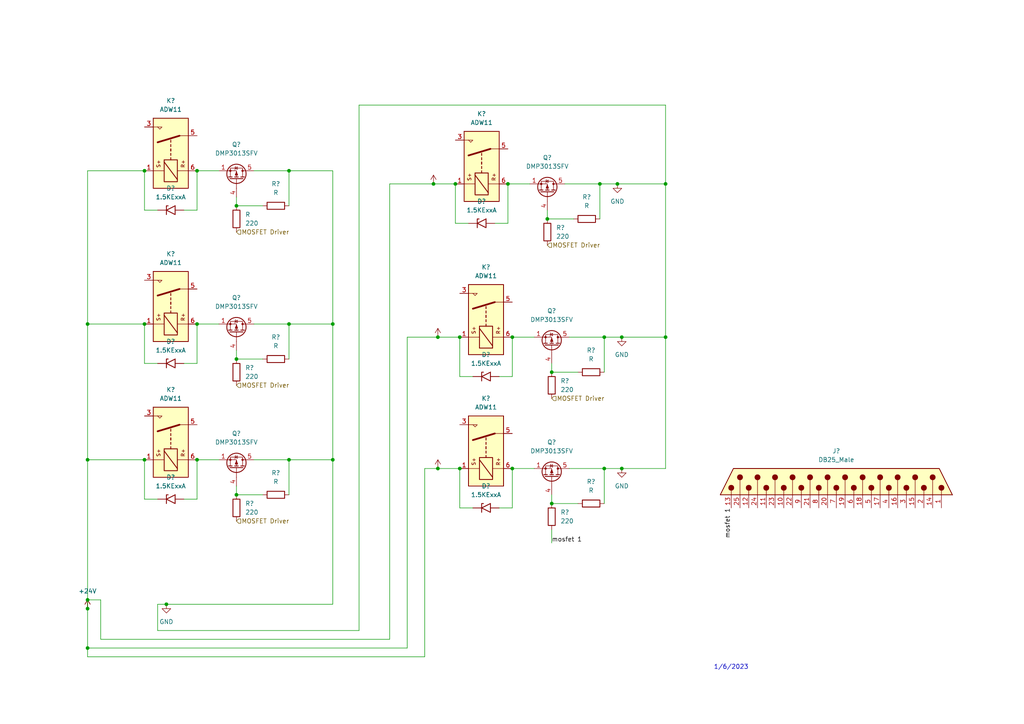
<source format=kicad_sch>
(kicad_sch (version 20211123) (generator eeschema)
  (paper "A4")
  (lib_symbols
    (symbol "Connector:DB25_Male" (pin_names (offset 1.016) hide)
      (property "Reference" "J" (at 0 34.29 0))
      (property "Value" "DB25_Male" (at 0 -34.925 0))
      (symbol "DB25_Male_0_1"
        (circle (center -1.778 -30.48) (radius 0.762) (fill (type outline)))
        (circle (center -1.778 -25.4) (radius 0.762) (fill (type outline)))
        (circle (center -1.778 -20.32) (radius 0.762) (fill (type outline)))
        (circle (center -1.778 -15.24) (radius 0.762) (fill (type outline)))
        (circle (center -1.778 -10.16) (radius 0.762) (fill (type outline)))
        (circle (center -1.778 -5.08) (radius 0.762) (fill (type outline)))
        (circle (center -1.778 0) (radius 0.762) (fill (type outline)))
        (circle (center -1.778 5.08) (radius 0.762) (fill (type outline)))
        (circle (center -1.778 10.16) (radius 0.762) (fill (type outline)))
        (circle (center -1.778 15.24) (radius 0.762) (fill (type outline)))
        (circle (center -1.778 20.32) (radius 0.762) (fill (type outline)))
        (circle (center -1.778 25.4) (radius 0.762) (fill (type outline)))
        (circle (center -1.778 30.48) (radius 0.762) (fill (type outline)))
        (polyline (pts (xy -3.81 -30.48) (xy -2.54 -30.48)))
        (polyline (pts (xy -3.81 -27.94) (xy 0.508 -27.94)))
        (polyline (pts (xy -3.81 -25.4) (xy -2.54 -25.4)))
        (polyline (pts (xy -3.81 -22.86) (xy 0.508 -22.86)))
        (polyline (pts (xy -3.81 -20.32) (xy -2.54 -20.32)))
        (polyline (pts (xy -3.81 -17.78) (xy 0.508 -17.78)))
        (polyline (pts (xy -3.81 -15.24) (xy -2.54 -15.24)))
        (polyline (pts (xy -3.81 -12.7) (xy 0.508 -12.7)))
        (polyline (pts (xy -3.81 -10.16) (xy -2.54 -10.16)))
        (polyline (pts (xy -3.81 -7.62) (xy 0.508 -7.62)))
        (polyline (pts (xy -3.81 -5.08) (xy -2.54 -5.08)))
        (polyline (pts (xy -3.81 -2.54) (xy 0.508 -2.54)))
        (polyline (pts (xy -3.81 0) (xy -2.54 0)))
        (polyline (pts (xy -3.81 2.54) (xy 0.508 2.54)))
        (polyline (pts (xy -3.81 5.08) (xy -2.54 5.08)))
        (polyline (pts (xy -3.81 7.62) (xy 0.508 7.62)))
        (polyline (pts (xy -3.81 10.16) (xy -2.54 10.16)))
        (polyline (pts (xy -3.81 12.7) (xy 0.508 12.7)))
        (polyline (pts (xy -3.81 15.24) (xy -2.54 15.24)))
        (polyline (pts (xy -3.81 17.78) (xy 0.508 17.78)))
        (polyline (pts (xy -3.81 20.32) (xy -2.54 20.32)))
        (polyline (pts (xy -3.81 22.86) (xy 0.508 22.86)))
        (polyline (pts (xy -3.81 25.4) (xy -2.54 25.4)))
        (polyline (pts (xy -3.81 27.94) (xy 0.508 27.94)))
        (polyline (pts (xy -3.81 30.48) (xy -2.54 30.48)))
        (polyline (pts (xy -3.81 -33.655) (xy 3.81 -29.845) (xy 3.81 29.845) (xy -3.81 33.655) (xy -3.81 -33.655)) (stroke (width 0.254)) (fill (type background)))
        (circle (center 1.27 -27.94) (radius 0.762) (fill (type outline)))
        (circle (center 1.27 -22.86) (radius 0.762) (fill (type outline)))
        (circle (center 1.27 -17.78) (radius 0.762) (fill (type outline)))
        (circle (center 1.27 -12.7) (radius 0.762) (fill (type outline)))
        (circle (center 1.27 -7.62) (radius 0.762) (fill (type outline)))
        (circle (center 1.27 -2.54) (radius 0.762) (fill (type outline)))
        (circle (center 1.27 2.54) (radius 0.762) (fill (type outline)))
        (circle (center 1.27 7.62) (radius 0.762) (fill (type outline)))
        (circle (center 1.27 12.7) (radius 0.762) (fill (type outline)))
        (circle (center 1.27 17.78) (radius 0.762) (fill (type outline)))
        (circle (center 1.27 22.86) (radius 0.762) (fill (type outline)))
        (circle (center 1.27 27.94) (radius 0.762) (fill (type outline)))
      )
      (symbol "DB25_Male_1_1"
        (pin passive line (at -7.62 -30.48 0) (length 3.81) (name "1") (number "1"))
        (pin passive line (at -7.62 15.24 0) (length 3.81) (name "10") (number "10"))
        (pin passive line (at -7.62 20.32 0) (length 3.81) (name "11") (number "11"))
        (pin passive line (at -7.62 25.4 0) (length 3.81) (name "12") (number "12"))
        (pin passive line (at -7.62 30.48 0) (length 3.81) (name "13") (number "13"))
        (pin passive line (at -7.62 -27.94 0) (length 3.81) (name "P14") (number "14"))
        (pin passive line (at -7.62 -22.86 0) (length 3.81) (name "P15") (number "15"))
        (pin passive line (at -7.62 -17.78 0) (length 3.81) (name "P16") (number "16"))
        (pin passive line (at -7.62 -12.7 0) (length 3.81) (name "P17") (number "17"))
        (pin passive line (at -7.62 -7.62 0) (length 3.81) (name "P18") (number "18"))
        (pin passive line (at -7.62 -2.54 0) (length 3.81) (name "P19") (number "19"))
        (pin passive line (at -7.62 -25.4 0) (length 3.81) (name "2") (number "2"))
        (pin passive line (at -7.62 2.54 0) (length 3.81) (name "P20") (number "20"))
        (pin passive line (at -7.62 7.62 0) (length 3.81) (name "P21") (number "21"))
        (pin passive line (at -7.62 12.7 0) (length 3.81) (name "P22") (number "22"))
        (pin passive line (at -7.62 17.78 0) (length 3.81) (name "P23") (number "23"))
        (pin passive line (at -7.62 22.86 0) (length 3.81) (name "P24") (number "24"))
        (pin passive line (at -7.62 27.94 0) (length 3.81) (name "P25") (number "25"))
        (pin passive line (at -7.62 -20.32 0) (length 3.81) (name "3") (number "3"))
        (pin passive line (at -7.62 -15.24 0) (length 3.81) (name "4") (number "4"))
        (pin passive line (at -7.62 -10.16 0) (length 3.81) (name "5") (number "5"))
        (pin passive line (at -7.62 -5.08 0) (length 3.81) (name "6") (number "6"))
        (pin passive line (at -7.62 0 0) (length 3.81) (name "7") (number "7"))
        (pin passive line (at -7.62 5.08 0) (length 3.81) (name "8") (number "8"))
        (pin passive line (at -7.62 10.16 0) (length 3.81) (name "9") (number "9"))
      )
    )
    (symbol "Device:R" (pin_numbers hide) (pin_names (offset 0))
      (property "Reference" "R" (at 2.032 0 90))
      (property "Value" "R" (at 0 0 90))
      (symbol "R_0_1"
        (rectangle (start -1.016 -2.54) (end 1.016 2.54) (stroke (width 0.254)))
      )
      (symbol "R_1_1"
        (pin passive line (at 0 3.81 270) (length 1.27) (name "~") (number "1"))
        (pin passive line (at 0 -3.81 90) (length 1.27) (name "~") (number "2"))
      )
    )
    (symbol "Diode:1.5KExxA" (pin_numbers hide) (pin_names (offset 1.016) hide)
      (property "Reference" "D" (at 0 2.54 0))
      (property "Value" "1.5KExxA" (at 0 -2.54 0))
      (symbol "1.5KExxA_0_1"
        (polyline (pts (xy -0.762 1.27) (xy -1.27 1.27) (xy -1.27 -1.27)) (stroke (width 0.254)))
        (polyline (pts (xy 1.27 1.27) (xy 1.27 -1.27) (xy -1.27 0) (xy 1.27 1.27)) (stroke (width 0.254)))
      )
      (symbol "1.5KExxA_1_1"
        (pin passive line (at -3.81 0 0) (length 2.54) (name "A1") (number "1"))
        (pin passive line (at 3.81 0 180) (length 2.54) (name "A2") (number "2"))
      )
    )
    (symbol "Relay:ADW11"
      (property "Reference" "K" (at 11.43 3.81 0))
      (property "Value" "ADW11" (at 13.97 1.27 0))
      (symbol "ADW11_1_1"
        (rectangle (start -10.16 5.08) (end 10.16 -5.08) (stroke (width 0.254)) (fill (type background)))
        (rectangle (start -8.255 1.905) (end -1.905 -1.905) (stroke (width 0.254)))
        (polyline (pts (xy -7.62 -1.905) (xy -2.54 1.905)) (stroke (width 0.254)))
        (polyline (pts (xy -5.08 -5.08) (xy -5.08 -1.905)))
        (polyline (pts (xy -5.08 5.08) (xy -5.08 1.905)))
        (polyline (pts (xy -1.905 0) (xy -1.27 0)) (stroke (width 0.254)))
        (polyline (pts (xy -0.635 0) (xy 0 0)) (stroke (width 0.254)))
        (polyline (pts (xy 0.635 0) (xy 1.27 0)) (stroke (width 0.254)))
        (polyline (pts (xy 0.635 0) (xy 1.27 0)) (stroke (width 0.254)))
        (polyline (pts (xy 1.905 0) (xy 2.54 0)) (stroke (width 0.254)))
        (polyline (pts (xy 3.175 0) (xy 3.81 0)) (stroke (width 0.254)))
        (polyline (pts (xy 5.08 -2.54) (xy 3.175 3.81)) (stroke (width 0.508)))
        (polyline (pts (xy 5.08 -2.54) (xy 5.08 -5.08)))
        (polyline (pts (xy 7.62 3.81) (xy 7.62 5.08)))
        (polyline (pts (xy 7.62 3.81) (xy 7.62 2.54) (xy 6.985 3.175) (xy 7.62 3.81)))
        (text "R+" (at -3.048 -3.556 0) (effects (font (size 1.016 1.016))))
        (text "S+" (at -3.048 3.556 0) (effects (font (size 1.016 1.016))))
        (pin passive line (at -5.08 7.62 270) (length 2.54) (name "~") (number "1"))
        (pin passive line (at 7.62 7.62 270) (length 2.54) (name "~") (number "3"))
        (pin passive line (at 5.08 -7.62 90) (length 2.54) (name "~") (number "5"))
        (pin passive line (at -5.08 -7.62 90) (length 2.54) (name "~") (number "6"))
      )
    )
    (symbol "Transistor_FET:DMP3013SFV" (pin_names hide)
      (property "Reference" "Q" (at 5.08 1.905 0))
      (property "Value" "DMP3013SFV" (at 5.08 0 0))
      (symbol "DMP3013SFV_0_1"
        (polyline (pts (xy 0.254 0) (xy -2.54 0)))
        (polyline (pts (xy 0.254 1.905) (xy 0.254 -1.905)) (stroke (width 0.254)))
        (polyline (pts (xy 0.762 -1.27) (xy 0.762 -2.286)) (stroke (width 0.254)))
        (polyline (pts (xy 0.762 0.508) (xy 0.762 -0.508)) (stroke (width 0.254)))
        (polyline (pts (xy 0.762 2.286) (xy 0.762 1.27)) (stroke (width 0.254)))
        (polyline (pts (xy 2.54 2.54) (xy 2.54 1.778)))
        (polyline (pts (xy 2.54 -2.54) (xy 2.54 0) (xy 0.762 0)))
        (polyline (pts (xy 0.762 1.778) (xy 3.302 1.778) (xy 3.302 -1.778) (xy 0.762 -1.778)))
        (polyline (pts (xy 2.286 0) (xy 1.27 0.381) (xy 1.27 -0.381) (xy 2.286 0)) (fill (type outline)))
        (polyline (pts (xy 2.794 -0.508) (xy 2.921 -0.381) (xy 3.683 -0.381) (xy 3.81 -0.254)))
        (polyline (pts (xy 3.302 -0.381) (xy 2.921 0.254) (xy 3.683 0.254) (xy 3.302 -0.381)))
        (circle (center 1.651 0) (radius 2.794) (stroke (width 0.254)))
        (circle (center 2.54 -1.778) (radius 0.254) (fill (type outline)))
        (circle (center 2.54 1.778) (radius 0.254) (fill (type outline)))
      )
      (symbol "DMP3013SFV_1_1"
        (pin passive line (at 2.54 -5.08 90) (length 2.54) (name "S") (number "1"))
        (pin passive line (at 2.54 -5.08 90) (length 2.54) hide (name "S") (number "2"))
        (pin passive line (at 2.54 -5.08 90) (length 2.54) hide (name "S") (number "3"))
        (pin passive line (at -5.08 0 0) (length 2.54) (name "G") (number "4"))
        (pin passive line (at 2.54 5.08 270) (length 2.54) (name "D") (number "5"))
      )
    )
    (symbol "power:+24V" (power) (pin_names (offset 0))
      (property "Value" "+24V" (at 0 3.556 0))
      (symbol "+24V_0_1"
        (polyline (pts (xy -0.762 1.27) (xy 0 2.54)))
        (polyline (pts (xy 0 0) (xy 0 2.54)))
        (polyline (pts (xy 0 2.54) (xy 0.762 1.27)))
      )
      (symbol "+24V_1_1"
        (pin power_in line (at 0 0 90) (length 0) hide (name "+24V") (number "1"))
      )
    )
    (symbol "power:+5V" (power) (pin_names (offset 0))
      (property "Value" "+5V" (at 0 3.556 0))
      (symbol "+5V_0_1"
        (polyline (pts (xy -0.762 1.27) (xy 0 2.54)))
        (polyline (pts (xy 0 0) (xy 0 2.54)))
        (polyline (pts (xy 0 2.54) (xy 0.762 1.27)))
      )
      (symbol "+5V_1_1"
        (pin power_in line (at 0 0 90) (length 0) hide (name "+5V") (number "1"))
      )
    )
    (symbol "power:GND" (power) (pin_names (offset 0))
      (property "Value" "GND" (at 0 -3.81 0))
      (symbol "GND_0_1"
        (polyline (pts (xy 0 0) (xy 0 -1.27) (xy 1.27 -1.27) (xy 0 -2.54) (xy -1.27 -1.27) (xy 0 -1.27)))
      )
      (symbol "GND_1_1"
        (pin power_in line (at 0 0 270) (length 0) hide (name "GND") (number "1"))
      )
    )
  )
  (junction (at 83.82 133.35))
  (junction (at 57.15 93.98))
  (junction (at 148.59 97.79))
  (junction (at 57.15 133.35))
  (junction (at 133.35 97.79))
  (junction (at 68.58 143.51))
  (junction (at 158.75 63.5))
  (junction (at 125.73 53.34))
  (junction (at 41.91 49.53))
  (junction (at 127 135.89))
  (junction (at 25.4 173.99))
  (junction (at 83.82 49.53))
  (junction (at 175.26 135.89))
  (junction (at 25.4 187.96))
  (junction (at 180.34 97.79))
  (junction (at 25.4 93.98))
  (junction (at 173.99 53.34))
  (junction (at 127 97.79))
  (junction (at 133.35 135.89))
  (junction (at 96.52 133.35))
  (junction (at 148.59 135.89))
  (junction (at 96.52 93.98))
  (junction (at 193.04 97.79))
  (junction (at 132.08 53.34))
  (junction (at 25.4 133.35))
  (junction (at 160.02 107.95))
  (junction (at 68.58 59.69))
  (junction (at 57.15 49.53))
  (junction (at 48.26 175.26))
  (junction (at 180.34 135.89))
  (junction (at 193.04 53.34))
  (junction (at 175.26 97.79))
  (junction (at 41.91 93.98))
  (junction (at 179.07 53.34))
  (junction (at 147.32 53.34))
  (junction (at 41.91 133.35))
  (junction (at 25.4 176.53))
  (junction (at 83.82 93.98))
  (junction (at 68.58 104.14))
  (junction (at 160.02 146.05))
  (wire (pts (xy 41.91 144.78) (xy 45.72 144.78)))
  (wire (pts (xy 175.26 97.79) (xy 175.26 107.95)))
  (wire (pts (xy 160.02 143.51) (xy 160.02 146.05)))
  (wire (pts (xy 25.4 49.53) (xy 41.91 49.53)))
  (wire (pts (xy 96.52 133.35) (xy 96.52 93.98)))
  (wire (pts (xy 193.04 30.48) (xy 104.14 30.48)))
  (wire (pts (xy 57.15 93.98) (xy 63.5 93.98)))
  (wire (pts (xy 123.19 135.89) (xy 123.19 190.5)))
  (wire (pts (xy 48.26 175.26) (xy 96.52 175.26)))
  (wire (pts (xy 173.99 53.34) (xy 179.07 53.34)))
  (wire (pts (xy 96.52 175.26) (xy 96.52 133.35)))
  (wire (pts (xy 83.82 49.53) (xy 83.82 59.69)))
  (wire (pts (xy 68.58 140.97) (xy 68.58 143.51)))
  (wire (pts (xy 25.4 187.96) (xy 25.4 190.5)))
  (wire (pts (xy 68.58 59.69) (xy 76.2 59.69)))
  (wire (pts (xy 41.91 93.98) (xy 41.91 105.41)))
  (wire (pts (xy 57.15 144.78) (xy 57.15 133.35)))
  (wire (pts (xy 175.26 97.79) (xy 180.34 97.79)))
  (wire (pts (xy 83.82 93.98) (xy 96.52 93.98)))
  (wire (pts (xy 57.15 105.41) (xy 57.15 93.98)))
  (wire (pts (xy 73.66 133.35) (xy 83.82 133.35)))
  (wire (pts (xy 148.59 147.32) (xy 148.59 135.89)))
  (wire (pts (xy 125.73 53.34) (xy 132.08 53.34)))
  (wire (pts (xy 125.73 53.34) (xy 113.03 53.34)))
  (wire (pts (xy 25.4 176.53) (xy 25.4 187.96)))
  (wire (pts (xy 68.58 101.6) (xy 68.58 104.14)))
  (wire (pts (xy 127 97.79) (xy 133.35 97.79)))
  (wire (pts (xy 165.1 135.89) (xy 175.26 135.89)))
  (wire (pts (xy 57.15 49.53) (xy 63.5 49.53)))
  (wire (pts (xy 68.58 143.51) (xy 76.2 143.51)))
  (wire (pts (xy 132.08 53.34) (xy 132.08 64.77)))
  (wire (pts (xy 148.59 109.22) (xy 148.59 97.79)))
  (wire (pts (xy 158.75 60.96) (xy 158.75 63.5)))
  (wire (pts (xy 165.1 97.79) (xy 175.26 97.79)))
  (wire (pts (xy 193.04 97.79) (xy 193.04 53.34)))
  (wire (pts (xy 96.52 93.98) (xy 96.52 49.53)))
  (wire (pts (xy 25.4 49.53) (xy 25.4 93.98)))
  (wire (pts (xy 68.58 104.14) (xy 76.2 104.14)))
  (wire (pts (xy 41.91 60.96) (xy 45.72 60.96)))
  (wire (pts (xy 53.34 144.78) (xy 57.15 144.78)))
  (wire (pts (xy 57.15 60.96) (xy 57.15 49.53)))
  (wire (pts (xy 148.59 97.79) (xy 154.94 97.79)))
  (wire (pts (xy 144.78 109.22) (xy 148.59 109.22)))
  (wire (pts (xy 147.32 53.34) (xy 153.67 53.34)))
  (wire (pts (xy 158.75 63.5) (xy 166.37 63.5)))
  (wire (pts (xy 53.34 60.96) (xy 57.15 60.96)))
  (wire (pts (xy 83.82 133.35) (xy 83.82 143.51)))
  (wire (pts (xy 160.02 153.67) (xy 160.02 157.48)))
  (wire (pts (xy 25.4 93.98) (xy 41.91 93.98)))
  (wire (pts (xy 118.11 187.96) (xy 25.4 187.96)))
  (wire (pts (xy 83.82 49.53) (xy 96.52 49.53)))
  (wire (pts (xy 123.19 135.89) (xy 127 135.89)))
  (wire (pts (xy 144.78 147.32) (xy 148.59 147.32)))
  (wire (pts (xy 123.19 190.5) (xy 25.4 190.5)))
  (wire (pts (xy 160.02 107.95) (xy 167.64 107.95)))
  (wire (pts (xy 175.26 135.89) (xy 175.26 146.05)))
  (wire (pts (xy 57.15 133.35) (xy 63.5 133.35)))
  (wire (pts (xy 104.14 30.48) (xy 104.14 182.88)))
  (wire (pts (xy 83.82 93.98) (xy 83.82 104.14)))
  (wire (pts (xy 73.66 93.98) (xy 83.82 93.98)))
  (wire (pts (xy 29.21 185.42) (xy 29.21 173.99)))
  (wire (pts (xy 25.4 93.98) (xy 25.4 133.35)))
  (wire (pts (xy 45.72 175.26) (xy 48.26 175.26)))
  (wire (pts (xy 179.07 53.34) (xy 193.04 53.34)))
  (wire (pts (xy 133.35 135.89) (xy 133.35 147.32)))
  (wire (pts (xy 160.02 146.05) (xy 167.64 146.05)))
  (wire (pts (xy 175.26 135.89) (xy 180.34 135.89)))
  (wire (pts (xy 68.58 57.15) (xy 68.58 59.69)))
  (wire (pts (xy 160.02 105.41) (xy 160.02 107.95)))
  (wire (pts (xy 193.04 53.34) (xy 193.04 30.48)))
  (wire (pts (xy 41.91 133.35) (xy 41.91 144.78)))
  (wire (pts (xy 143.51 64.77) (xy 147.32 64.77)))
  (wire (pts (xy 132.08 64.77) (xy 135.89 64.77)))
  (wire (pts (xy 113.03 53.34) (xy 113.03 185.42)))
  (wire (pts (xy 147.32 64.77) (xy 147.32 53.34)))
  (wire (pts (xy 83.82 133.35) (xy 96.52 133.35)))
  (wire (pts (xy 133.35 147.32) (xy 137.16 147.32)))
  (wire (pts (xy 133.35 97.79) (xy 133.35 109.22)))
  (wire (pts (xy 25.4 133.35) (xy 41.91 133.35)))
  (wire (pts (xy 180.34 135.89) (xy 193.04 135.89)))
  (wire (pts (xy 41.91 105.41) (xy 45.72 105.41)))
  (wire (pts (xy 193.04 135.89) (xy 193.04 97.79)))
  (wire (pts (xy 173.99 53.34) (xy 173.99 63.5)))
  (wire (pts (xy 104.14 182.88) (xy 45.72 182.88)))
  (wire (pts (xy 25.4 173.99) (xy 25.4 176.53)))
  (wire (pts (xy 25.4 173.99) (xy 29.21 173.99)))
  (wire (pts (xy 148.59 135.89) (xy 154.94 135.89)))
  (wire (pts (xy 41.91 49.53) (xy 41.91 60.96)))
  (wire (pts (xy 45.72 182.88) (xy 45.72 175.26)))
  (wire (pts (xy 53.34 105.41) (xy 57.15 105.41)))
  (wire (pts (xy 133.35 109.22) (xy 137.16 109.22)))
  (wire (pts (xy 118.11 97.79) (xy 127 97.79)))
  (wire (pts (xy 163.83 53.34) (xy 173.99 53.34)))
  (wire (pts (xy 25.4 133.35) (xy 25.4 173.99)))
  (wire (pts (xy 180.34 97.79) (xy 193.04 97.79)))
  (wire (pts (xy 127 135.89) (xy 133.35 135.89)))
  (wire (pts (xy 113.03 185.42) (xy 29.21 185.42)))
  (wire (pts (xy 73.66 49.53) (xy 83.82 49.53)))
  (wire (pts (xy 118.11 97.79) (xy 118.11 187.96)))
  (text "1/6/2023" (at 207.01 194.31 0) (effects (font (size 1.27 1.27)) (justify left bottom)))
  (label "mosfet 1" (at 212.09 147.32 270))
  (label "mosfet 1" (at 160.02 157.48 0))
  (label "mosfet 2" (at -53.34 92.71 0))
  (hierarchical_label "MOSFET Driver" (shape input) (at 158.75 71.12 0))
  (hierarchical_label "MOSFET Driver" (shape input) (at 68.58 67.31 0))
  (hierarchical_label "MOSFET Driver" (shape input) (at 68.58 151.13 0))
  (hierarchical_label "MOSFET Driver" (shape input) (at 68.58 111.76 0))
  (hierarchical_label "MOSFET Driver" (shape input) (at 160.02 115.57 0))
  (symbol (lib_id "Diode:1.5KExxA") (at 140.97 147.32 0) (unit 1)
    (property "Reference" "D?" (at 140.97 140.97 0))
    (property "Value" "1.5KExxA" (at 140.97 143.51 0))
    (property "Footprint" "Diode_THT:D_DO-201AE_P15.24mm_Horizontal" (effects hide))
    (property "Datasheet" "https://www.vishay.com/docs/88301/15ke.pdf" (effects hide))
  )
  (symbol (lib_id "Relay:ADW11") (at 49.53 88.9 90) (unit 1)
    (property "Reference" "K?" (at 49.53 73.66 90))
    (property "Value" "ADW11" (at 49.53 76.2 90))
    (property "Footprint" "Relay_THT:Relay_1P1T_NO_10x24x18.8mm_Panasonic_ADW11xxxxW_THT" (effects hide))
    (property "Datasheet" "https://www.panasonic-electric-works.com/pew/es/downloads/ds_dw_hl_en.pdf" (effects hide))
  )
  (symbol (lib_id "power:GND") (at 179.07 53.34 0) (unit 1)
    (property "Reference" "#PWR?" (effects hide))
    (property "Value" "GND" (at 179.07 58.42 0))
  )
  (symbol (lib_id "Device:R") (at 68.58 107.95 0) (unit 1)
    (property "Reference" "R?" (at 71.12 106.6799 0) (effects (justify left)))
    (property "Value" "220" (at 71.12 109.2199 0) (effects (justify left)))
  )
  (symbol (lib_id "Relay:ADW11") (at 139.7 48.26 90) (unit 1)
    (property "Reference" "K?" (at 139.7 33.02 90))
    (property "Value" "ADW11" (at 139.7 35.56 90))
    (property "Footprint" "Relay_THT:Relay_1P1T_NO_10x24x18.8mm_Panasonic_ADW11xxxxW_THT" (effects hide))
    (property "Datasheet" "https://www.panasonic-electric-works.com/pew/es/downloads/ds_dw_hl_en.pdf" (effects hide))
  )
  (symbol (lib_id "power:GND") (at 180.34 135.89 0) (unit 1)
    (property "Reference" "#PWR?" (effects hide))
    (property "Value" "GND" (at 180.34 140.97 0))
  )
  (symbol (lib_id "power:+5V") (at 127 97.79 0) (unit 1)
    (property "Reference" "#PWR?" (effects hide))
    (property "Value" "+5V" (effects hide))
  )
  (symbol (lib_id "Device:R") (at 80.01 143.51 90) (unit 1)
    (property "Reference" "R?" (at 80.01 137.16 90))
    (property "Value" "R" (at 80.01 139.7 90))
  )
  (symbol (lib_id "Device:R") (at 171.45 146.05 90) (unit 1)
    (property "Reference" "R?" (at 171.45 139.7 90))
    (property "Value" "R" (at 171.45 142.24 90))
  )
  (symbol (lib_id "power:+5V") (at 127 135.89 0) (unit 1)
    (property "Reference" "#PWR?" (effects hide))
    (property "Value" "+5V" (effects hide))
  )
  (symbol (lib_id "Device:R") (at 160.02 149.86 0) (unit 1)
    (property "Reference" "R?" (at 162.56 148.5899 0) (effects (justify left)))
    (property "Value" "220" (at 162.56 151.1299 0) (effects (justify left)))
  )
  (symbol (lib_id "Diode:1.5KExxA") (at 140.97 109.22 0) (unit 1)
    (property "Reference" "D?" (at 140.97 102.87 0))
    (property "Value" "1.5KExxA" (at 140.97 105.41 0))
    (property "Footprint" "Diode_THT:D_DO-201AE_P15.24mm_Horizontal" (effects hide))
    (property "Datasheet" "https://www.vishay.com/docs/88301/15ke.pdf" (effects hide))
  )
  (symbol (lib_id "Transistor_FET:DMP3013SFV") (at 68.58 135.89 270) (mirror x) (unit 1)
    (property "Reference" "Q?" (at 68.58 125.73 90))
    (property "Value" "DMP3013SFV" (at 68.58 128.27 90))
    (property "Footprint" "Package_SON:Diodes_PowerDI3333-8" (effects hide))
    (property "Datasheet" "https://www.diodes.com/assets/Datasheets/DMP3013SFV.pdf" (effects hide))
  )
  (symbol (lib_id "Device:R") (at 68.58 147.32 0) (unit 1)
    (property "Reference" "R?" (at 71.12 146.0499 0) (effects (justify left)))
    (property "Value" "220" (at 71.12 148.5899 0) (effects (justify left)))
  )
  (symbol (lib_id "power:GND") (at 48.26 175.26 0) (unit 1)
    (property "Reference" "#PWR?" (effects hide))
    (property "Value" "GND" (at 48.26 180.34 0))
  )
  (symbol (lib_id "Relay:ADW11") (at 140.97 92.71 90) (unit 1)
    (property "Reference" "K?" (at 140.97 77.47 90))
    (property "Value" "ADW11" (at 140.97 80.01 90))
    (property "Footprint" "Relay_THT:Relay_1P1T_NO_10x24x18.8mm_Panasonic_ADW11xxxxW_THT" (effects hide))
    (property "Datasheet" "https://www.panasonic-electric-works.com/pew/es/downloads/ds_dw_hl_en.pdf" (effects hide))
  )
  (symbol (lib_id "Transistor_FET:DMP3013SFV") (at 158.75 55.88 270) (mirror x) (unit 1)
    (property "Reference" "Q?" (at 158.75 45.72 90))
    (property "Value" "DMP3013SFV" (at 158.75 48.26 90))
    (property "Footprint" "Package_SON:Diodes_PowerDI3333-8" (effects hide))
    (property "Datasheet" "https://www.diodes.com/assets/Datasheets/DMP3013SFV.pdf" (effects hide))
  )
  (symbol (lib_id "Device:R") (at 80.01 104.14 90) (unit 1)
    (property "Reference" "R?" (at 80.01 97.79 90))
    (property "Value" "R" (at 80.01 100.33 90))
  )
  (symbol (lib_id "Relay:ADW11") (at 49.53 128.27 90) (unit 1)
    (property "Reference" "K?" (at 49.53 113.03 90))
    (property "Value" "ADW11" (at 49.53 115.57 90))
    (property "Footprint" "Relay_THT:Relay_1P1T_NO_10x24x18.8mm_Panasonic_ADW11xxxxW_THT" (effects hide))
    (property "Datasheet" "https://www.panasonic-electric-works.com/pew/es/downloads/ds_dw_hl_en.pdf" (effects hide))
  )
  (symbol (lib_id "Transistor_FET:DMP3013SFV") (at 68.58 52.07 270) (mirror x) (unit 1)
    (property "Reference" "Q?" (at 68.58 41.91 90))
    (property "Value" "DMP3013SFV" (at 68.58 44.45 90))
    (property "Footprint" "Package_SON:Diodes_PowerDI3333-8" (effects hide))
    (property "Datasheet" "https://www.diodes.com/assets/Datasheets/DMP3013SFV.pdf" (effects hide))
  )
  (symbol (lib_id "Device:R") (at 170.18 63.5 90) (unit 1)
    (property "Reference" "R?" (at 170.18 57.15 90))
    (property "Value" "R" (at 170.18 59.69 90))
  )
  (symbol (lib_id "Relay:ADW11") (at 49.53 44.45 90) (unit 1)
    (property "Reference" "K?" (at 49.53 29.21 90))
    (property "Value" "ADW11" (at 49.53 31.75 90))
    (property "Footprint" "Relay_THT:Relay_1P1T_NO_10x24x18.8mm_Panasonic_ADW11xxxxW_THT" (effects hide))
    (property "Datasheet" "https://www.panasonic-electric-works.com/pew/es/downloads/ds_dw_hl_en.pdf" (effects hide))
  )
  (symbol (lib_id "power:+5V") (at 25.4 176.53 0) (unit 1)
    (property "Reference" "#PWR?" (effects hide))
    (property "Value" "+5V" (effects hide))
  )
  (symbol (lib_id "Diode:1.5KExxA") (at 139.7 64.77 0) (unit 1)
    (property "Reference" "D?" (at 139.7 58.42 0))
    (property "Value" "1.5KExxA" (at 139.7 60.96 0))
    (property "Footprint" "Diode_THT:D_DO-201AE_P15.24mm_Horizontal" (effects hide))
    (property "Datasheet" "https://www.vishay.com/docs/88301/15ke.pdf" (effects hide))
  )
  (symbol (lib_id "Device:R") (at 80.01 59.69 90) (unit 1)
    (property "Reference" "R?" (at 80.01 53.34 90))
    (property "Value" "R" (at 80.01 55.88 90))
  )
  (symbol (lib_id "Transistor_FET:DMP3013SFV") (at 160.02 100.33 270) (mirror x) (unit 1)
    (property "Reference" "Q?" (at 160.02 90.17 90))
    (property "Value" "DMP3013SFV" (at 160.02 92.71 90))
    (property "Footprint" "Package_SON:Diodes_PowerDI3333-8" (effects hide))
    (property "Datasheet" "https://www.diodes.com/assets/Datasheets/DMP3013SFV.pdf" (effects hide))
  )
  (symbol (lib_id "Relay:ADW11") (at 140.97 130.81 90) (unit 1)
    (property "Reference" "K?" (at 140.97 115.57 90))
    (property "Value" "ADW11" (at 140.97 118.11 90))
    (property "Footprint" "Relay_THT:Relay_1P1T_NO_10x24x18.8mm_Panasonic_ADW11xxxxW_THT" (effects hide))
    (property "Datasheet" "https://www.panasonic-electric-works.com/pew/es/downloads/ds_dw_hl_en.pdf" (effects hide))
  )
  (symbol (lib_id "power:+5V") (at 125.73 53.34 0) (unit 1)
    (property "Reference" "#PWR?" (effects hide))
    (property "Value" "+5V" (effects hide))
  )
  (symbol (lib_id "Diode:1.5KExxA") (at 49.53 105.41 0) (unit 1)
    (property "Reference" "D?" (at 49.53 99.06 0))
    (property "Value" "1.5KExxA" (at 49.53 101.6 0))
    (property "Footprint" "Diode_THT:D_DO-201AE_P15.24mm_Horizontal" (effects hide))
    (property "Datasheet" "https://www.vishay.com/docs/88301/15ke.pdf" (effects hide))
  )
  (symbol (lib_id "Device:R") (at 158.75 67.31 0) (unit 1)
    (property "Reference" "R?" (at 161.29 66.0399 0) (effects (justify left)))
    (property "Value" "220" (at 161.29 68.5799 0) (effects (justify left)))
  )
  (symbol (lib_id "Connector:DB25_Male") (at 242.57 139.7 90) (unit 1)
    (property "Reference" "J?" (at 242.57 130.81 90))
    (property "Value" "DB25_Male" (at 242.57 133.35 90))
    (property "Datasheet" " ~" (effects hide))
  )
  (symbol (lib_id "Transistor_FET:DMP3013SFV") (at 160.02 138.43 270) (mirror x) (unit 1)
    (property "Reference" "Q?" (at 160.02 128.27 90))
    (property "Value" "DMP3013SFV" (at 160.02 130.81 90))
    (property "Footprint" "Package_SON:Diodes_PowerDI3333-8" (effects hide))
    (property "Datasheet" "https://www.diodes.com/assets/Datasheets/DMP3013SFV.pdf" (effects hide))
  )
  (symbol (lib_id "Diode:1.5KExxA") (at 49.53 144.78 0) (unit 1)
    (property "Reference" "D?" (at 49.53 138.43 0))
    (property "Value" "1.5KExxA" (at 49.53 140.97 0))
    (property "Footprint" "Diode_THT:D_DO-201AE_P15.24mm_Horizontal" (effects hide))
    (property "Datasheet" "https://www.vishay.com/docs/88301/15ke.pdf" (effects hide))
  )
  (symbol (lib_id "Device:R") (at 68.58 63.5 0) (unit 1)
    (property "Reference" "R" (at 71.12 62.2299 0) (effects (justify left)))
    (property "Value" "220" (at 71.12 64.7699 0) (effects (justify left)))
  )
  (symbol (lib_id "Device:R") (at 160.02 111.76 0) (unit 1)
    (property "Reference" "R?" (at 162.56 110.4899 0) (effects (justify left)))
    (property "Value" "220" (at 162.56 113.0299 0) (effects (justify left)))
  )
  (symbol (lib_id "power:+24V") (at 25.4 176.53 0) (unit 1)
    (property "Reference" "#PWR?" (effects hide))
    (property "Value" "+24V" (at 25.4 171.45 0))
  )
  (symbol (lib_id "Transistor_FET:DMP3013SFV") (at 68.58 96.52 270) (mirror x) (unit 1)
    (property "Reference" "Q?" (at 68.58 86.36 90))
    (property "Value" "DMP3013SFV" (at 68.58 88.9 90))
    (property "Footprint" "Package_SON:Diodes_PowerDI3333-8" (effects hide))
    (property "Datasheet" "https://www.diodes.com/assets/Datasheets/DMP3013SFV.pdf" (effects hide))
  )
  (symbol (lib_id "power:GND") (at 180.34 97.79 0) (unit 1)
    (property "Reference" "#PWR?" (effects hide))
    (property "Value" "GND" (at 180.34 102.87 0))
  )
  (symbol (lib_id "Device:R") (at 171.45 107.95 90) (unit 1)
    (property "Reference" "R?" (at 171.45 101.6 90))
    (property "Value" "R" (at 171.45 104.14 90))
  )
  (symbol (lib_id "Diode:1.5KExxA") (at 49.53 60.96 0) (unit 1)
    (property "Reference" "D?" (at 49.53 54.61 0))
    (property "Value" "1.5KExxA" (at 49.53 57.15 0))
    (property "Footprint" "Diode_THT:D_DO-201AE_P15.24mm_Horizontal" (effects hide))
    (property "Datasheet" "https://www.vishay.com/docs/88301/15ke.pdf" (effects hide))
  )
)
</source>
